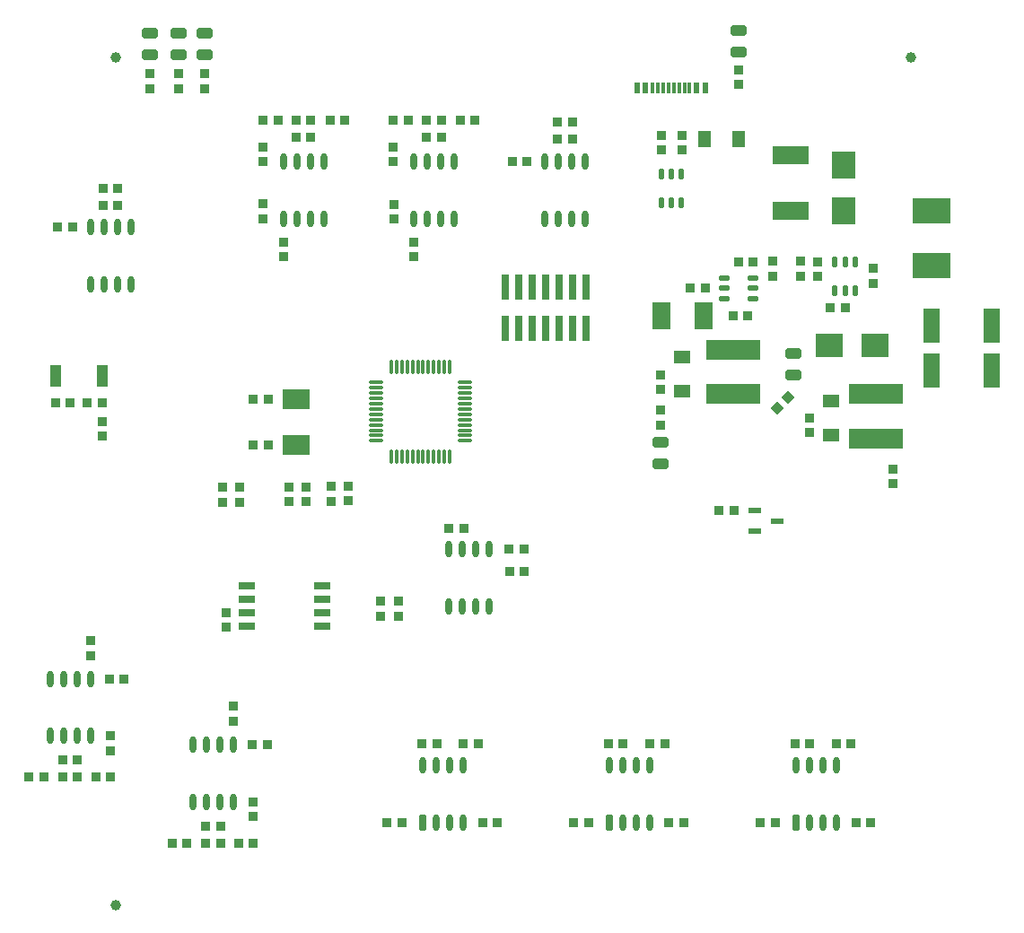
<source format=gtp>
G04*
G04 #@! TF.GenerationSoftware,Altium Limited,Altium Designer,19.1.9 (167)*
G04*
G04 Layer_Color=8421504*
%FSLAX42Y42*%
%MOMM*%
G71*
G01*
G75*
%ADD19C,1.00*%
%ADD20R,1.00X2.00*%
%ADD21R,0.85X0.85*%
%ADD22R,0.85X0.85*%
%ADD23R,2.60X1.90*%
%ADD24O,1.40X0.30*%
%ADD25O,0.30X1.40*%
G04:AMPARAMS|DCode=26|XSize=1.55mm|YSize=0.6mm|CornerRadius=0.3mm|HoleSize=0mm|Usage=FLASHONLY|Rotation=90.000|XOffset=0mm|YOffset=0mm|HoleType=Round|Shape=RoundedRectangle|*
%AMROUNDEDRECTD26*
21,1,1.55,0.00,0,0,90.0*
21,1,0.95,0.60,0,0,90.0*
1,1,0.60,0.00,0.48*
1,1,0.60,0.00,-0.48*
1,1,0.60,0.00,-0.48*
1,1,0.60,0.00,0.48*
%
%ADD26ROUNDEDRECTD26*%
%ADD27R,1.60X0.65*%
G04:AMPARAMS|DCode=28|XSize=0.6mm|YSize=1.6mm|CornerRadius=0.15mm|HoleSize=0mm|Usage=FLASHONLY|Rotation=180.000|XOffset=0mm|YOffset=0mm|HoleType=Round|Shape=RoundedRectangle|*
%AMROUNDEDRECTD28*
21,1,0.60,1.30,0,0,180.0*
21,1,0.30,1.60,0,0,180.0*
1,1,0.30,-0.15,0.65*
1,1,0.30,0.15,0.65*
1,1,0.30,0.15,-0.65*
1,1,0.30,-0.15,-0.65*
%
%ADD28ROUNDEDRECTD28*%
%ADD29O,0.60X1.60*%
%ADD30R,1.60X1.20*%
G04:AMPARAMS|DCode=31|XSize=1.02mm|YSize=1.52mm|CornerRadius=0.25mm|HoleSize=0mm|Usage=FLASHONLY|Rotation=270.000|XOffset=0mm|YOffset=0mm|HoleType=Round|Shape=RoundedRectangle|*
%AMROUNDEDRECTD31*
21,1,1.02,1.02,0,0,270.0*
21,1,0.51,1.52,0,0,270.0*
1,1,0.51,-0.51,-0.25*
1,1,0.51,-0.51,0.25*
1,1,0.51,0.51,0.25*
1,1,0.51,0.51,-0.25*
%
%ADD31ROUNDEDRECTD31*%
%ADD32R,5.10X1.90*%
%ADD33R,1.70X2.50*%
G04:AMPARAMS|DCode=34|XSize=0.55mm|YSize=1mm|CornerRadius=0.14mm|HoleSize=0mm|Usage=FLASHONLY|Rotation=90.000|XOffset=0mm|YOffset=0mm|HoleType=Round|Shape=RoundedRectangle|*
%AMROUNDEDRECTD34*
21,1,0.55,0.73,0,0,90.0*
21,1,0.28,1.00,0,0,90.0*
1,1,0.28,0.36,0.14*
1,1,0.28,0.36,-0.14*
1,1,0.28,-0.36,-0.14*
1,1,0.28,-0.36,0.14*
%
%ADD34ROUNDEDRECTD34*%
G04:AMPARAMS|DCode=35|XSize=0.55mm|YSize=1mm|CornerRadius=0.14mm|HoleSize=0mm|Usage=FLASHONLY|Rotation=180.000|XOffset=0mm|YOffset=0mm|HoleType=Round|Shape=RoundedRectangle|*
%AMROUNDEDRECTD35*
21,1,0.55,0.73,0,0,180.0*
21,1,0.28,1.00,0,0,180.0*
1,1,0.28,-0.14,0.36*
1,1,0.28,0.14,0.36*
1,1,0.28,0.14,-0.36*
1,1,0.28,-0.14,-0.36*
%
%ADD35ROUNDEDRECTD35*%
%ADD36R,2.50X2.30*%
%ADD37P,1.20X4X180.0*%
%ADD38R,1.30X0.60*%
%ADD39R,1.60X3.20*%
%ADD40R,3.60X2.40*%
%ADD41R,3.50X1.78*%
%ADD42R,2.30X2.50*%
%ADD43R,0.60X1.14*%
%ADD44R,0.30X1.14*%
%ADD45R,1.20X1.60*%
%ADD46R,0.75X2.40*%
D19*
X500Y8000D02*
D03*
X8000D02*
D03*
X500Y0D02*
D03*
D20*
X-70Y5000D02*
D03*
X370D02*
D03*
D21*
X70Y4740D02*
D03*
X-70D02*
D03*
X370D02*
D03*
X230D02*
D03*
X1797Y4778D02*
D03*
X1938D02*
D03*
X1797Y4348D02*
D03*
X1938D02*
D03*
X3645Y3558D02*
D03*
X3785D02*
D03*
X4353Y3360D02*
D03*
X4212D02*
D03*
X4355Y3150D02*
D03*
X4215Y3150D02*
D03*
X580Y2140D02*
D03*
X441Y2140D02*
D03*
X1930Y1520D02*
D03*
X1790D02*
D03*
X6322Y5567D02*
D03*
X6462D02*
D03*
X5920Y5825D02*
D03*
X6060D02*
D03*
X6375Y6075D02*
D03*
X6515D02*
D03*
X7240Y5640D02*
D03*
X7380Y5640D02*
D03*
X6333Y3725D02*
D03*
X6192D02*
D03*
X2340Y7410D02*
D03*
X2200D02*
D03*
X3200Y780D02*
D03*
X3060D02*
D03*
X4240Y7020D02*
D03*
X4380D02*
D03*
X4670Y7230D02*
D03*
X4810D02*
D03*
X4670Y7390D02*
D03*
X4810D02*
D03*
X-50Y6400D02*
D03*
X90D02*
D03*
X380Y6610D02*
D03*
X520Y6610D02*
D03*
X380Y6770D02*
D03*
X520D02*
D03*
X2520Y7410D02*
D03*
X2660D02*
D03*
X2200Y7250D02*
D03*
X2340D02*
D03*
X1890Y7410D02*
D03*
X2030D02*
D03*
X6580Y780D02*
D03*
X6720Y780D02*
D03*
X6907Y1527D02*
D03*
X7047D02*
D03*
X7622Y780D02*
D03*
X7482D02*
D03*
X7438Y1527D02*
D03*
X7297D02*
D03*
X4820Y780D02*
D03*
X4960D02*
D03*
X5147Y1527D02*
D03*
X5288D02*
D03*
X5860Y780D02*
D03*
X5720D02*
D03*
X5678Y1527D02*
D03*
X5538D02*
D03*
X3388Y1527D02*
D03*
X3528D02*
D03*
X4100Y780D02*
D03*
X3960Y780D02*
D03*
X3917Y1527D02*
D03*
X3778D02*
D03*
X3750Y7410D02*
D03*
X3890D02*
D03*
X3430D02*
D03*
X3570D02*
D03*
X3430Y7250D02*
D03*
X3570D02*
D03*
X3120Y7410D02*
D03*
X3260D02*
D03*
X1170Y590D02*
D03*
X1030D02*
D03*
X1490D02*
D03*
X1350D02*
D03*
X1490Y750D02*
D03*
X1350Y750D02*
D03*
X1800Y590D02*
D03*
X1660D02*
D03*
X-179Y1210D02*
D03*
X-319D02*
D03*
X140D02*
D03*
X0D02*
D03*
X140Y1370D02*
D03*
X0Y1370D02*
D03*
X451Y1210D02*
D03*
X311D02*
D03*
D22*
X370Y4430D02*
D03*
Y4570D02*
D03*
X2690Y3957D02*
D03*
Y3817D02*
D03*
X2530Y3815D02*
D03*
X2530Y3955D02*
D03*
X2293Y3952D02*
D03*
X2293Y3812D02*
D03*
X2135Y3810D02*
D03*
X2135Y3950D02*
D03*
X1512Y3805D02*
D03*
Y3945D02*
D03*
X1667Y3807D02*
D03*
Y3947D02*
D03*
X3170Y2730D02*
D03*
Y2870D02*
D03*
X3000D02*
D03*
Y2730D02*
D03*
X1543Y2765D02*
D03*
Y2625D02*
D03*
X261Y2500D02*
D03*
Y2360D02*
D03*
X451Y1460D02*
D03*
Y1600D02*
D03*
X1610Y1880D02*
D03*
Y1740D02*
D03*
X1800Y840D02*
D03*
Y980D02*
D03*
X5642Y5010D02*
D03*
Y4870D02*
D03*
X5642Y4675D02*
D03*
Y4535D02*
D03*
X6695Y6078D02*
D03*
X6695Y5938D02*
D03*
X6957Y6078D02*
D03*
Y5938D02*
D03*
X7643Y5870D02*
D03*
Y6010D02*
D03*
X7047Y4603D02*
D03*
X7047Y4462D02*
D03*
X7830Y4120D02*
D03*
Y3980D02*
D03*
X3310Y6120D02*
D03*
Y6260D02*
D03*
X3123Y6618D02*
D03*
Y6478D02*
D03*
X3120Y7160D02*
D03*
Y7020D02*
D03*
X1890Y7160D02*
D03*
Y7020D02*
D03*
X1890Y6620D02*
D03*
Y6480D02*
D03*
X2080Y6120D02*
D03*
Y6260D02*
D03*
X1343Y7850D02*
D03*
Y7710D02*
D03*
X1090Y7850D02*
D03*
Y7710D02*
D03*
X825Y7847D02*
D03*
Y7707D02*
D03*
X6380Y7888D02*
D03*
Y7748D02*
D03*
X5650Y7130D02*
D03*
X5650Y7270D02*
D03*
X5840Y7130D02*
D03*
Y7270D02*
D03*
X7120Y5935D02*
D03*
Y6075D02*
D03*
D23*
X2202Y4348D02*
D03*
Y4778D02*
D03*
D24*
X3795Y4935D02*
D03*
Y4885D02*
D03*
Y4835D02*
D03*
Y4785D02*
D03*
Y4735D02*
D03*
Y4685D02*
D03*
Y4635D02*
D03*
Y4585D02*
D03*
Y4535D02*
D03*
Y4485D02*
D03*
Y4435D02*
D03*
Y4385D02*
D03*
X2955D02*
D03*
Y4435D02*
D03*
Y4485D02*
D03*
Y4535D02*
D03*
Y4585D02*
D03*
Y4635D02*
D03*
Y4685D02*
D03*
Y4735D02*
D03*
Y4785D02*
D03*
Y4835D02*
D03*
Y4885D02*
D03*
Y4935D02*
D03*
D25*
X3100Y5080D02*
D03*
X3150D02*
D03*
X3200D02*
D03*
X3250D02*
D03*
X3300D02*
D03*
X3350D02*
D03*
X3400D02*
D03*
X3450D02*
D03*
X3500D02*
D03*
X3550D02*
D03*
X3600D02*
D03*
X3650D02*
D03*
Y4240D02*
D03*
X3600D02*
D03*
X3550D02*
D03*
X3500D02*
D03*
X3450D02*
D03*
X3400D02*
D03*
X3350D02*
D03*
X3300D02*
D03*
X3250D02*
D03*
X3200D02*
D03*
X3150D02*
D03*
X3100D02*
D03*
D26*
X3644Y3360D02*
D03*
X3772D02*
D03*
X3899D02*
D03*
X4026D02*
D03*
Y2820D02*
D03*
X3899D02*
D03*
X3772D02*
D03*
X3644D02*
D03*
X261Y1600D02*
D03*
X134D02*
D03*
X7D02*
D03*
X-120D02*
D03*
Y2140D02*
D03*
X7D02*
D03*
X134D02*
D03*
X261D02*
D03*
X1610Y980D02*
D03*
X1484D02*
D03*
X1356D02*
D03*
X1230D02*
D03*
Y1520D02*
D03*
X1356D02*
D03*
X1484D02*
D03*
X1610D02*
D03*
X3310Y7020D02*
D03*
X3437D02*
D03*
X3563D02*
D03*
X3690D02*
D03*
Y6480D02*
D03*
X3563D02*
D03*
X3437D02*
D03*
X3310D02*
D03*
X2080Y7020D02*
D03*
X2207D02*
D03*
X2334D02*
D03*
X2461D02*
D03*
Y6480D02*
D03*
X2334D02*
D03*
X2207D02*
D03*
X2080D02*
D03*
X4549Y7020D02*
D03*
X4676D02*
D03*
X4803D02*
D03*
X4931D02*
D03*
Y6480D02*
D03*
X4803D02*
D03*
X4676D02*
D03*
X4549D02*
D03*
X260Y6400D02*
D03*
X387D02*
D03*
X514D02*
D03*
X641D02*
D03*
X641Y5860D02*
D03*
X514D02*
D03*
X387D02*
D03*
X260D02*
D03*
D27*
X2445Y3018D02*
D03*
Y2891D02*
D03*
Y2764D02*
D03*
Y2637D02*
D03*
X1735D02*
D03*
X1735Y2764D02*
D03*
Y2891D02*
D03*
X1735Y3018D02*
D03*
D28*
X3399Y780D02*
D03*
X5160Y780D02*
D03*
X6919Y780D02*
D03*
D29*
X3526D02*
D03*
X3653D02*
D03*
X3781D02*
D03*
X3399Y1320D02*
D03*
X3526D02*
D03*
X3653D02*
D03*
X3781D02*
D03*
X5287Y780D02*
D03*
X5413Y780D02*
D03*
X5540D02*
D03*
X5160Y1320D02*
D03*
X5287D02*
D03*
X5413D02*
D03*
X5540D02*
D03*
X7046Y780D02*
D03*
X7174D02*
D03*
X7300D02*
D03*
X6919Y1320D02*
D03*
X7046D02*
D03*
X7174D02*
D03*
X7300D02*
D03*
D30*
X5847Y4855D02*
D03*
Y5175D02*
D03*
X7245Y4440D02*
D03*
Y4760D02*
D03*
D31*
X5642Y4166D02*
D03*
Y4369D02*
D03*
X6897Y5212D02*
D03*
Y5008D02*
D03*
X6380Y8261D02*
D03*
Y8058D02*
D03*
X1090Y8232D02*
D03*
Y8028D02*
D03*
X825Y8026D02*
D03*
Y8229D02*
D03*
X1343Y8028D02*
D03*
Y8232D02*
D03*
D32*
X6322Y4828D02*
D03*
Y5247D02*
D03*
X7670Y4408D02*
D03*
Y4828D02*
D03*
D33*
X5647Y5567D02*
D03*
X6047D02*
D03*
D34*
X6245Y5825D02*
D03*
X6245Y5730D02*
D03*
Y5920D02*
D03*
X6515D02*
D03*
X6515Y5825D02*
D03*
X6515Y5730D02*
D03*
D35*
X7380Y5805D02*
D03*
X7475D02*
D03*
X7285Y5805D02*
D03*
Y6075D02*
D03*
X7380Y6075D02*
D03*
X7475Y6075D02*
D03*
X5740Y6635D02*
D03*
X5835Y6635D02*
D03*
X5645D02*
D03*
X5645Y6905D02*
D03*
X5740Y6905D02*
D03*
X5835D02*
D03*
D36*
X7235Y5290D02*
D03*
X7665D02*
D03*
D37*
X6741Y4696D02*
D03*
X6839Y4794D02*
D03*
D38*
X6738Y3630D02*
D03*
X6528Y3535D02*
D03*
Y3725D02*
D03*
D39*
X8200Y5050D02*
D03*
X8760Y5050D02*
D03*
X8200Y5470D02*
D03*
X8760D02*
D03*
D40*
X8200Y6560D02*
D03*
Y6040D02*
D03*
D41*
X6870Y7080D02*
D03*
Y6560D02*
D03*
D42*
X7370Y6985D02*
D03*
Y6555D02*
D03*
D43*
X5420Y7719D02*
D03*
X5500Y7719D02*
D03*
X5980Y7719D02*
D03*
X6060Y7719D02*
D03*
D44*
X5915Y7719D02*
D03*
X5565D02*
D03*
X5865D02*
D03*
X5615Y7719D02*
D03*
X5815D02*
D03*
X5665Y7719D02*
D03*
X5765D02*
D03*
X5715D02*
D03*
D45*
X6378Y7235D02*
D03*
X6058D02*
D03*
D46*
X4941Y5445D02*
D03*
Y5835D02*
D03*
X4814D02*
D03*
Y5445D02*
D03*
X4687Y5835D02*
D03*
Y5445D02*
D03*
X4560Y5835D02*
D03*
Y5445D02*
D03*
X4433Y5835D02*
D03*
X4306D02*
D03*
X4179D02*
D03*
X4433Y5445D02*
D03*
X4306D02*
D03*
X4179D02*
D03*
M02*

</source>
